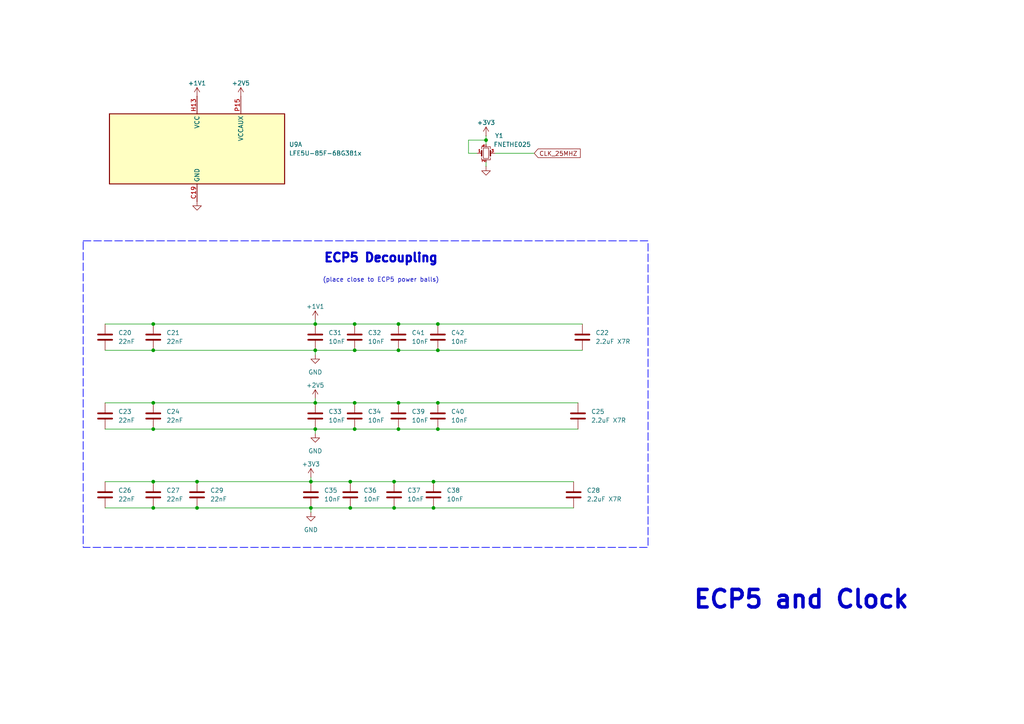
<source format=kicad_sch>
(kicad_sch (version 20231120) (generator "eeschema") (generator_version "8.0")
  (paper "A4")
  (junction (at 140.97 40.64))
  (junction (at 102.87 116.84))
  (junction (at 101.6 139.7))
  (junction (at 44.45 147.32))
  (junction (at 91.44 93.98))
  (junction (at 91.44 124.46))
  (junction (at 44.45 93.98))
  (junction (at 127 93.98))
  (junction (at 127 124.46))
  (junction (at 44.45 116.84))
  (junction (at 91.44 116.84))
  (junction (at 102.87 124.46))
  (junction (at 91.44 101.6))
  (junction (at 44.45 124.46))
  (junction (at 127 101.6))
  (junction (at 102.87 101.6))
  (junction (at 57.15 147.32))
  (junction (at 101.6 147.32))
  (junction (at 127 116.84))
  (junction (at 44.45 139.7))
  (junction (at 114.3 147.32))
  (junction (at 44.45 101.6))
  (junction (at 57.15 139.7))
  (junction (at 114.3 139.7))
  (junction (at 115.57 101.6))
  (junction (at 115.57 116.84))
  (junction (at 90.17 139.7))
  (junction (at 115.57 93.98))
  (junction (at 102.87 93.98))
  (junction (at 125.73 147.32))
  (junction (at 90.17 147.32))
  (junction (at 115.57 124.46))
  (junction (at 125.73 139.7))
  (wire (pts (xy 57.15 139.7) (xy 90.17 139.7)))
  (wire (pts (xy 114.3 147.32) (xy 125.73 147.32)))
  (wire (pts (xy 125.73 139.7) (xy 166.37 139.7)))
  (wire (pts (xy 115.57 101.6) (xy 127 101.6)))
  (wire (pts (xy 140.97 48.26) (xy 140.97 46.99)))
  (wire (pts (xy 115.57 116.84) (xy 127 116.84)))
  (wire (pts (xy 138.43 44.45) (xy 135.89 44.45)))
  (wire (pts (xy 114.3 139.7) (xy 125.73 139.7)))
  (wire (pts (xy 101.6 139.7) (xy 114.3 139.7)))
  (wire (pts (xy 30.48 93.98) (xy 44.45 93.98)))
  (wire (pts (xy 135.89 44.45) (xy 135.89 40.64)))
  (wire (pts (xy 127 116.84) (xy 167.64 116.84)))
  (wire (pts (xy 44.45 101.6) (xy 91.44 101.6)))
  (wire (pts (xy 30.48 147.32) (xy 44.45 147.32)))
  (wire (pts (xy 140.97 39.37) (xy 140.97 40.64)))
  (wire (pts (xy 91.44 115.57) (xy 91.44 116.84)))
  (wire (pts (xy 91.44 116.84) (xy 102.87 116.84)))
  (wire (pts (xy 30.48 101.6) (xy 44.45 101.6)))
  (wire (pts (xy 44.45 116.84) (xy 91.44 116.84)))
  (wire (pts (xy 44.45 124.46) (xy 91.44 124.46)))
  (wire (pts (xy 90.17 139.7) (xy 101.6 139.7)))
  (wire (pts (xy 102.87 116.84) (xy 115.57 116.84)))
  (wire (pts (xy 30.48 139.7) (xy 44.45 139.7)))
  (wire (pts (xy 127 101.6) (xy 168.91 101.6)))
  (wire (pts (xy 30.48 124.46) (xy 44.45 124.46)))
  (wire (pts (xy 115.57 124.46) (xy 127 124.46)))
  (wire (pts (xy 91.44 125.73) (xy 91.44 124.46)))
  (wire (pts (xy 90.17 148.59) (xy 90.17 147.32)))
  (wire (pts (xy 143.51 44.45) (xy 154.94 44.45)))
  (wire (pts (xy 91.44 124.46) (xy 102.87 124.46)))
  (wire (pts (xy 127 124.46) (xy 167.64 124.46)))
  (wire (pts (xy 102.87 93.98) (xy 115.57 93.98)))
  (wire (pts (xy 101.6 147.32) (xy 114.3 147.32)))
  (wire (pts (xy 91.44 101.6) (xy 102.87 101.6)))
  (wire (pts (xy 127 93.98) (xy 168.91 93.98)))
  (wire (pts (xy 91.44 102.87) (xy 91.44 101.6)))
  (wire (pts (xy 102.87 101.6) (xy 115.57 101.6)))
  (wire (pts (xy 57.15 147.32) (xy 90.17 147.32)))
  (wire (pts (xy 44.45 93.98) (xy 91.44 93.98)))
  (wire (pts (xy 30.48 116.84) (xy 44.45 116.84)))
  (wire (pts (xy 91.44 92.71) (xy 91.44 93.98)))
  (wire (pts (xy 44.45 139.7) (xy 57.15 139.7)))
  (wire (pts (xy 125.73 147.32) (xy 166.37 147.32)))
  (wire (pts (xy 115.57 93.98) (xy 127 93.98)))
  (wire (pts (xy 135.89 40.64) (xy 140.97 40.64)))
  (wire (pts (xy 140.97 40.64) (xy 140.97 41.91)))
  (wire (pts (xy 90.17 147.32) (xy 101.6 147.32)))
  (wire (pts (xy 90.17 138.43) (xy 90.17 139.7)))
  (wire (pts (xy 102.87 124.46) (xy 115.57 124.46)))
  (wire (pts (xy 91.44 93.98) (xy 102.87 93.98)))
  (wire (pts (xy 44.45 147.32) (xy 57.15 147.32)))
  (rectangle (start 24.13 69.85) (end 187.96 158.75) (stroke (width 0.2032) (type dash) (color 0 0 255 1)))
  (text "(place close to ECP5 power balls)" (at 110.49 81.28 0) (effects (font (size 1.27 1.27))))
  (text "ECP5 and Clock" (at 232.41 173.99 0) (effects (font (size 5.08 5.08) (bold yes))))
  (text "ECP5 Decoupling" (at 110.49 74.93 0) (effects (font (size 2.54 2.54) (thickness 0.762) (bold yes))))
  (global_label "CLK_25MHZ" (shape input) (at 154.94 44.45 0) (property "Intersheetrefs" "${INTERSHEET_REFS}" (effects (hide yes))))
  (symbol (lib_id "power:+3V3") (at 140.97 39.37 0) (unit 1)
    (property "Reference" "#PWR057" (effects (hide yes)))
    (property "Value" "+3V3" (at 140.97 35.56 0))
    (property "Description" "Power symbol creates a global label with name \"+3V3\"" (effects (hide yes)))
  )
  (symbol (lib_id "Device:C") (at 44.45 143.51 0) (unit 1)
    (property "Reference" "C27" (at 48.26 142.24 0) (effects (justify left)))
    (property "Value" "22nF" (at 48.26 144.78 0) (effects (justify left)))
    (property "Footprint" "GCM188R72A223KA37J:CAPC1608X90N" (effects (hide yes)))
    (property "Datasheet" "https://search.murata.co.jp/Ceramy/image/img/A01X/G101/ENG/GCM188R72A223KA37-01.pdf" (effects (hide yes)))
    (property "Description" "CAP CER 0.022UF 100V X7R 0603" (effects (hide yes)))
    (property "Digikey" "https://www.digikey.com/en/products/detail/murata-electronics/GCM188R72A223KA37J/2591966" (effects (hide yes)))
    (property "MPN" "GCM188R72A223KA37J" (effects (hide yes)))
    (property "Mfgr" "Murata Electronics" (effects (hide yes)))
  )
  (symbol (lib_id "Device:C") (at 102.87 97.79 0) (unit 1)
    (property "Reference" "C32" (at 106.68 96.52 0) (effects (justify left)))
    (property "Value" "10nF" (at 106.68 99.06 0) (effects (justify left)))
    (property "Footprint" "GRM033R71A103KA01D:G-033_MUR-L" (effects (hide yes)))
    (property "Datasheet" "https://search.murata.co.jp/Ceramy/image/img/A01X/G101/ENG/GRM033R71A103KA01-01.pdf" (effects (hide yes)))
    (property "Description" "CAP CER 10000PF 10V X7R 0201" (effects (hide yes)))
    (property "Digikey" "https://www.digikey.com/en/products/detail/murata-electronics/GRM033R71A103KA01D/702460" (effects (hide yes)))
    (property "MPN" "GRM033R71A103KA01D" (effects (hide yes)))
    (property "Mfgr" "Murata Electronics" (effects (hide yes)))
  )
  (symbol (lib_id "power:GND") (at 90.17 148.59 0) (unit 1)
    (property "Reference" "#PWR063" (effects (hide yes)))
    (property "Value" "GND" (at 90.17 153.67 0))
    (property "Description" "Power symbol creates a global label with name \"GND\" , ground" (effects (hide yes)))
  )
  (symbol (lib_id "Device:C") (at 101.6 143.51 0) (unit 1)
    (property "Reference" "C36" (at 105.41 142.24 0) (effects (justify left)))
    (property "Value" "10nF" (at 105.41 144.78 0) (effects (justify left)))
    (property "Footprint" "GRM033R71A103KA01D:G-033_MUR-L" (effects (hide yes)))
    (property "Datasheet" "https://search.murata.co.jp/Ceramy/image/img/A01X/G101/ENG/GRM033R71A103KA01-01.pdf" (effects (hide yes)))
    (property "Description" "CAP CER 10000PF 10V X7R 0201" (effects (hide yes)))
    (property "Digikey" "https://www.digikey.com/en/products/detail/murata-electronics/GRM033R71A103KA01D/702460" (effects (hide yes)))
    (property "MPN" "GRM033R71A103KA01D" (effects (hide yes)))
    (property "Mfgr" "Murata Electronics" (effects (hide yes)))
  )
  (symbol (lib_id "Device:Crystal_GND24_Small") (at 140.97 44.45 0) (unit 1)
    (property "Reference" "Y1" (at 144.78 39.37 0))
    (property "Value" "FNETHE025" (at 148.59 41.91 0))
    (property "Footprint" "FNETHE025:Crystal_SMD_7050_4Pads" (effects (hide yes)))
    (property "Datasheet" "https://mm.digikey.com/Volume0/opasdata/d220001/medias/docus/389/FNETHE025.pdf" (effects (hide yes)))
    (property "Description" "XTAL OSC XO 25.0000MHZ CMOS SMD" (effects (hide yes)))
    (property "Mfgr" "Diodes Incorporated" (effects (hide yes)))
    (property "MPN" "FNETHE025" (effects (hide yes)))
    (property "Digikey" "https://www.digikey.com/en/products/detail/diodes-incorporated/FNETHE025/2273393" (effects (hide yes)))
  )
  (symbol (lib_id "Device:C") (at 127 97.79 0) (unit 1)
    (property "Reference" "C42" (at 130.81 96.52 0) (effects (justify left)))
    (property "Value" "10nF" (at 130.81 99.06 0) (effects (justify left)))
    (property "Footprint" "GRM033R71A103KA01D:G-033_MUR-L" (effects (hide yes)))
    (property "Datasheet" "https://search.murata.co.jp/Ceramy/image/img/A01X/G101/ENG/GRM033R71A103KA01-01.pdf" (effects (hide yes)))
    (property "Description" "CAP CER 10000PF 10V X7R 0201" (effects (hide yes)))
    (property "Digikey" "https://www.digikey.com/en/products/detail/murata-electronics/GRM033R71A103KA01D/702460" (effects (hide yes)))
    (property "MPN" "GRM033R71A103KA01D" (effects (hide yes)))
    (property "Mfgr" "Murata Electronics" (effects (hide yes)))
  )
  (symbol (lib_id "power:GND") (at 140.97 48.26 0) (unit 1)
    (property "Reference" "#PWR058" (effects (hide yes)))
    (property "Value" "GND" (effects (hide yes)))
    (property "Description" "Power symbol creates a global label with name \"GND\" , ground" (effects (hide yes)))
  )
  (symbol (lib_id "Device:C") (at 44.45 97.79 0) (unit 1)
    (property "Reference" "C21" (at 48.26 96.52 0) (effects (justify left)))
    (property "Value" "22nF" (at 48.26 99.06 0) (effects (justify left)))
    (property "Footprint" "GCM188R72A223KA37J:CAPC1608X90N" (effects (hide yes)))
    (property "Datasheet" "https://search.murata.co.jp/Ceramy/image/img/A01X/G101/ENG/GCM188R72A223KA37-01.pdf" (effects (hide yes)))
    (property "Description" "CAP CER 0.022UF 100V X7R 0603" (effects (hide yes)))
    (property "Digikey" "https://www.digikey.com/en/products/detail/murata-electronics/GCM188R72A223KA37J/2591966" (effects (hide yes)))
    (property "MPN" "GCM188R72A223KA37J" (effects (hide yes)))
    (property "Mfgr" "Murata Electronics" (effects (hide yes)))
  )
  (symbol (lib_id "Device:C") (at 102.87 120.65 0) (unit 1)
    (property "Reference" "C34" (at 106.68 119.38 0) (effects (justify left)))
    (property "Value" "10nF" (at 106.68 121.92 0) (effects (justify left)))
    (property "Footprint" "GRM033R71A103KA01D:G-033_MUR-L" (effects (hide yes)))
    (property "Datasheet" "https://search.murata.co.jp/Ceramy/image/img/A01X/G101/ENG/GRM033R71A103KA01-01.pdf" (effects (hide yes)))
    (property "Description" "CAP CER 10000PF 10V X7R 0201" (effects (hide yes)))
    (property "Digikey" "https://www.digikey.com/en/products/detail/murata-electronics/GRM033R71A103KA01D/702460" (effects (hide yes)))
    (property "MPN" "GRM033R71A103KA01D" (effects (hide yes)))
    (property "Mfgr" "Murata Electronics" (effects (hide yes)))
  )
  (symbol (lib_id "Device:C") (at 91.44 97.79 0) (unit 1)
    (property "Reference" "C31" (at 95.25 96.52 0) (effects (justify left)))
    (property "Value" "10nF" (at 95.25 99.06 0) (effects (justify left)))
    (property "Footprint" "GRM033R71A103KA01D:G-033_MUR-L" (effects (hide yes)))
    (property "Datasheet" "https://search.murata.co.jp/Ceramy/image/img/A01X/G101/ENG/GRM033R71A103KA01-01.pdf" (effects (hide yes)))
    (property "Description" "CAP CER 10000PF 10V X7R 0201" (effects (hide yes)))
    (property "Digikey" "https://www.digikey.com/en/products/detail/murata-electronics/GRM033R71A103KA01D/702460" (effects (hide yes)))
    (property "MPN" "GRM033R71A103KA01D" (effects (hide yes)))
    (property "Mfgr" "Murata Electronics" (effects (hide yes)))
  )
  (symbol (lib_id "Device:C") (at 30.48 97.79 0) (unit 1)
    (property "Reference" "C20" (at 34.29 96.52 0) (effects (justify left)))
    (property "Value" "22nF" (at 34.29 99.06 0) (effects (justify left)))
    (property "Footprint" "GCM188R72A223KA37J:CAPC1608X90N" (effects (hide yes)))
    (property "Datasheet" "https://search.murata.co.jp/Ceramy/image/img/A01X/G101/ENG/GCM188R72A223KA37-01.pdf" (effects (hide yes)))
    (property "Description" "CAP CER 0.022UF 100V X7R 0603" (effects (hide yes)))
    (property "Digikey" "https://www.digikey.com/en/products/detail/murata-electronics/GCM188R72A223KA37J/2591966" (effects (hide yes)))
    (property "MPN" "GCM188R72A223KA37J" (effects (hide yes)))
    (property "Mfgr" "Murata Electronics" (effects (hide yes)))
  )
  (symbol (lib_id "power:+3V3") (at 90.17 138.43 0) (unit 1)
    (property "Reference" "#PWR040" (effects (hide yes)))
    (property "Value" "+3V3" (at 90.17 134.62 0))
    (property "Description" "Power symbol creates a global label with name \"+3V3\"" (effects (hide yes)))
  )
  (symbol (lib_id "Device:C") (at 114.3 143.51 0) (unit 1)
    (property "Reference" "C37" (at 118.11 142.24 0) (effects (justify left)))
    (property "Value" "10nF" (at 118.11 144.78 0) (effects (justify left)))
    (property "Footprint" "GRM033R71A103KA01D:G-033_MUR-L" (effects (hide yes)))
    (property "Datasheet" "https://search.murata.co.jp/Ceramy/image/img/A01X/G101/ENG/GRM033R71A103KA01-01.pdf" (effects (hide yes)))
    (property "Description" "CAP CER 10000PF 10V X7R 0201" (effects (hide yes)))
    (property "Digikey" "https://www.digikey.com/en/products/detail/murata-electronics/GRM033R71A103KA01D/702460" (effects (hide yes)))
    (property "MPN" "GRM033R71A103KA01D" (effects (hide yes)))
    (property "Mfgr" "Murata Electronics" (effects (hide yes)))
  )
  (symbol (lib_id "Device:C") (at 125.73 143.51 0) (unit 1)
    (property "Reference" "C38" (at 129.54 142.24 0) (effects (justify left)))
    (property "Value" "10nF" (at 129.54 144.78 0) (effects (justify left)))
    (property "Footprint" "GRM033R71A103KA01D:G-033_MUR-L" (effects (hide yes)))
    (property "Datasheet" "https://search.murata.co.jp/Ceramy/image/img/A01X/G101/ENG/GRM033R71A103KA01-01.pdf" (effects (hide yes)))
    (property "Description" "CAP CER 10000PF 10V X7R 0201" (effects (hide yes)))
    (property "Digikey" "https://www.digikey.com/en/products/detail/murata-electronics/GRM033R71A103KA01D/702460" (effects (hide yes)))
    (property "MPN" "GRM033R71A103KA01D" (effects (hide yes)))
    (property "Mfgr" "Murata Electronics" (effects (hide yes)))
  )
  (symbol (lib_id "Device:C") (at 30.48 120.65 0) (unit 1)
    (property "Reference" "C23" (at 34.29 119.38 0) (effects (justify left)))
    (property "Value" "22nF" (at 34.29 121.92 0) (effects (justify left)))
    (property "Footprint" "GCM188R72A223KA37J:CAPC1608X90N" (effects (hide yes)))
    (property "Datasheet" "https://search.murata.co.jp/Ceramy/image/img/A01X/G101/ENG/GCM188R72A223KA37-01.pdf" (effects (hide yes)))
    (property "Description" "CAP CER 0.022UF 100V X7R 0603" (effects (hide yes)))
    (property "Digikey" "https://www.digikey.com/en/products/detail/murata-electronics/GCM188R72A223KA37J/2591966" (effects (hide yes)))
    (property "MPN" "GCM188R72A223KA37J" (effects (hide yes)))
    (property "Mfgr" "Murata Electronics" (effects (hide yes)))
  )
  (symbol (lib_id "Device:C") (at 90.17 143.51 0) (unit 1)
    (property "Reference" "C35" (at 93.98 142.24 0) (effects (justify left)))
    (property "Value" "10nF" (at 93.98 144.78 0) (effects (justify left)))
    (property "Footprint" "GRM033R71A103KA01D:G-033_MUR-L" (effects (hide yes)))
    (property "Datasheet" "https://search.murata.co.jp/Ceramy/image/img/A01X/G101/ENG/GRM033R71A103KA01-01.pdf" (effects (hide yes)))
    (property "Description" "CAP CER 10000PF 10V X7R 0201" (effects (hide yes)))
    (property "Digikey" "https://www.digikey.com/en/products/detail/murata-electronics/GRM033R71A103KA01D/702460" (effects (hide yes)))
    (property "MPN" "GRM033R71A103KA01D" (effects (hide yes)))
    (property "Mfgr" "Murata Electronics" (effects (hide yes)))
  )
  (symbol (lib_id "Device:C") (at 166.37 143.51 0) (unit 1)
    (property "Reference" "C28" (at 170.18 142.24 0) (effects (justify left)))
    (property "Value" "2.2uF X7R" (at 170.18 144.78 0) (effects (justify left)))
    (property "Footprint" "GRM188R71A225KE15D:G-188_MUR-L" (effects (hide yes)))
    (property "Datasheet" "https://search.murata.co.jp/Ceramy/image/img/A01X/G101/ENG/GRM188R71A225KE15-01.pdf" (effects (hide yes)))
    (property "Description" "CAP CER 2.2UF 10V X7R 0603" (effects (hide yes)))
    (property "Digikey" "https://www.digikey.com/en/products/detail/murata-electronics/GRM188R71A225KE15D/1033256" (effects (hide yes)))
    (property "MPN" "GRM188R71A225KE15D" (effects (hide yes)))
    (property "Mfgr" "Murata Electronics" (effects (hide yes)))
  )
  (symbol (lib_id "Device:C") (at 44.45 120.65 0) (unit 1)
    (property "Reference" "C24" (at 48.26 119.38 0) (effects (justify left)))
    (property "Value" "22nF" (at 48.26 121.92 0) (effects (justify left)))
    (property "Footprint" "GCM188R72A223KA37J:CAPC1608X90N" (effects (hide yes)))
    (property "Datasheet" "https://search.murata.co.jp/Ceramy/image/img/A01X/G101/ENG/GCM188R72A223KA37-01.pdf" (effects (hide yes)))
    (property "Description" "CAP CER 0.022UF 100V X7R 0603" (effects (hide yes)))
    (property "Digikey" "https://www.digikey.com/en/products/detail/murata-electronics/GCM188R72A223KA37J/2591966" (effects (hide yes)))
    (property "MPN" "GCM188R72A223KA37J" (effects (hide yes)))
    (property "Mfgr" "Murata Electronics" (effects (hide yes)))
  )
  (symbol (lib_id "Device:C") (at 30.48 143.51 0) (unit 1)
    (property "Reference" "C26" (at 34.29 142.24 0) (effects (justify left)))
    (property "Value" "22nF" (at 34.29 144.78 0) (effects (justify left)))
    (property "Footprint" "GCM188R72A223KA37J:CAPC1608X90N" (effects (hide yes)))
    (property "Datasheet" "https://search.murata.co.jp/Ceramy/image/img/A01X/G101/ENG/GCM188R72A223KA37-01.pdf" (effects (hide yes)))
    (property "Description" "CAP CER 0.022UF 100V X7R 0603" (effects (hide yes)))
    (property "Digikey" "https://www.digikey.com/en/products/detail/murata-electronics/GCM188R72A223KA37J/2591966" (effects (hide yes)))
    (property "MPN" "GCM188R72A223KA37J" (effects (hide yes)))
    (property "Mfgr" "Murata Electronics" (effects (hide yes)))
  )
  (symbol (lib_id "power:+1V1") (at 57.15 27.94 0) (unit 1)
    (property "Reference" "#PWR060" (effects (hide yes)))
    (property "Value" "+1V1" (at 57.15 24.13 0))
    (property "Description" "Power symbol creates a global label with name \"+1V1\"" (effects (hide yes)))
  )
  (symbol (lib_id "power:GND") (at 57.15 58.42 0) (unit 1)
    (property "Reference" "#PWR061" (effects (hide yes)))
    (property "Value" "GND" (effects (hide yes)))
    (property "Description" "Power symbol creates a global label with name \"GND\" , ground" (effects (hide yes)))
  )
  (symbol (lib_id "Device:C") (at 115.57 97.79 0) (unit 1)
    (property "Reference" "C41" (at 119.38 96.52 0) (effects (justify left)))
    (property "Value" "10nF" (at 119.38 99.06 0) (effects (justify left)))
    (property "Footprint" "GRM033R71A103KA01D:G-033_MUR-L" (effects (hide yes)))
    (property "Datasheet" "https://search.murata.co.jp/Ceramy/image/img/A01X/G101/ENG/GRM033R71A103KA01-01.pdf" (effects (hide yes)))
    (property "Description" "CAP CER 10000PF 10V X7R 0201" (effects (hide yes)))
    (property "Digikey" "https://www.digikey.com/en/products/detail/murata-electronics/GRM033R71A103KA01D/702460" (effects (hide yes)))
    (property "MPN" "GRM033R71A103KA01D" (effects (hide yes)))
    (property "Mfgr" "Murata Electronics" (effects (hide yes)))
  )
  (symbol (lib_id "Device:C") (at 168.91 97.79 0) (unit 1)
    (property "Reference" "C22" (at 172.72 96.52 0) (effects (justify left)))
    (property "Value" "2.2uF X7R" (at 172.72 99.06 0) (effects (justify left)))
    (property "Footprint" "GRM188R71A225KE15D:G-188_MUR-L" (effects (hide yes)))
    (property "Datasheet" "https://search.murata.co.jp/Ceramy/image/img/A01X/G101/ENG/GRM188R71A225KE15-01.pdf" (effects (hide yes)))
    (property "Description" "CAP CER 2.2UF 10V X7R 0603" (effects (hide yes)))
    (property "Digikey" "https://www.digikey.com/en/products/detail/murata-electronics/GRM188R71A225KE15D/1033256" (effects (hide yes)))
    (property "MPN" "GRM188R71A225KE15D" (effects (hide yes)))
    (property "Mfgr" "Murata Electronics" (effects (hide yes)))
  )
  (symbol (lib_id "power:+1V1") (at 91.44 92.71 0) (unit 1)
    (property "Reference" "#PWR030" (effects (hide yes)))
    (property "Value" "+1V1" (at 91.44 88.9 0))
    (property "Description" "Power symbol creates a global label with name \"+1V1\"" (effects (hide yes)))
  )
  (symbol (lib_id "Device:C") (at 167.64 120.65 0) (unit 1)
    (property "Reference" "C25" (at 171.45 119.38 0) (effects (justify left)))
    (property "Value" "2.2uF X7R" (at 171.45 121.92 0) (effects (justify left)))
    (property "Footprint" "GRM188R71A225KE15D:G-188_MUR-L" (effects (hide yes)))
    (property "Datasheet" "https://search.murata.co.jp/Ceramy/image/img/A01X/G101/ENG/GRM188R71A225KE15-01.pdf" (effects (hide yes)))
    (property "Description" "CAP CER 2.2UF 10V X7R 0603" (effects (hide yes)))
    (property "Digikey" "https://www.digikey.com/en/products/detail/murata-electronics/GRM188R71A225KE15D/1033256" (effects (hide yes)))
    (property "MPN" "GRM188R71A225KE15D" (effects (hide yes)))
    (property "Mfgr" "Murata Electronics" (effects (hide yes)))
  )
  (symbol (lib_id "Device:C") (at 115.57 120.65 0) (unit 1)
    (property "Reference" "C39" (at 119.38 119.38 0) (effects (justify left)))
    (property "Value" "10nF" (at 119.38 121.92 0) (effects (justify left)))
    (property "Footprint" "GRM033R71A103KA01D:G-033_MUR-L" (effects (hide yes)))
    (property "Datasheet" "https://search.murata.co.jp/Ceramy/image/img/A01X/G101/ENG/GRM033R71A103KA01-01.pdf" (effects (hide yes)))
    (property "Description" "CAP CER 10000PF 10V X7R 0201" (effects (hide yes)))
    (property "Digikey" "https://www.digikey.com/en/products/detail/murata-electronics/GRM033R71A103KA01D/702460" (effects (hide yes)))
    (property "MPN" "GRM033R71A103KA01D" (effects (hide yes)))
    (property "Mfgr" "Murata Electronics" (effects (hide yes)))
  )
  (symbol (lib_id "power:+2V5") (at 69.85 27.94 0) (unit 1)
    (property "Reference" "#PWR059" (effects (hide yes)))
    (property "Value" "+2V5" (at 69.85 24.13 0))
    (property "Description" "Power symbol creates a global label with name \"+2V5\"" (effects (hide yes)))
  )
  (symbol (lib_id "power:+2V5") (at 91.44 115.57 0) (unit 1)
    (property "Reference" "#PWR031" (effects (hide yes)))
    (property "Value" "+2V5" (at 91.44 111.76 0))
    (property "Description" "Power symbol creates a global label with name \"+2V5\"" (effects (hide yes)))
  )
  (symbol (lib_id "power:GND") (at 91.44 125.73 0) (unit 1)
    (property "Reference" "#PWR062" (effects (hide yes)))
    (property "Value" "GND" (at 91.44 130.81 0))
    (property "Description" "Power symbol creates a global label with name \"GND\" , ground" (effects (hide yes)))
  )
  (symbol (lib_id "Device:C") (at 127 120.65 0) (unit 1)
    (property "Reference" "C40" (at 130.81 119.38 0) (effects (justify left)))
    (property "Value" "10nF" (at 130.81 121.92 0) (effects (justify left)))
    (property "Footprint" "GRM033R71A103KA01D:G-033_MUR-L" (effects (hide yes)))
    (property "Datasheet" "https://search.murata.co.jp/Ceramy/image/img/A01X/G101/ENG/GRM033R71A103KA01-01.pdf" (effects (hide yes)))
    (property "Description" "CAP CER 10000PF 10V X7R 0201" (effects (hide yes)))
    (property "Digikey" "https://www.digikey.com/en/products/detail/murata-electronics/GRM033R71A103KA01D/702460" (effects (hide yes)))
    (property "MPN" "GRM033R71A103KA01D" (effects (hide yes)))
    (property "Mfgr" "Murata Electronics" (effects (hide yes)))
  )
  (symbol (lib_id "FPGA_Lattice:LFE5U-85F-6BG381x") (at 57.15 43.18 0) (unit 1)
    (property "Reference" "U9" (at 83.82 41.9099 0) (effects (justify left)))
    (property "Value" "LFE5U-85F-6BG381x" (at 83.82 44.4499 0) (effects (justify left)))
    (property "Footprint" "Package_BGA:Lattice_caBGA-381_17.0x17.0mm_Layout20x20_P0.8mm_Ball0.4mm_Pad0.4mm_NSMD" (effects (hide yes)))
    (property "Datasheet" "https://www.latticesemi.com/view_document?document_id=50461" (effects (hide yes)))
    (property "Description" "ECP5 FPGA, 84K LUTs, 1.2V, BGA-381" (effects (hide yes)))
    (property "Mfgr" "Lattice Semiconductor Corporation" (effects (hide yes)))
    (property "MPN" "LFE5U-85F-8BG381C" (effects (hide yes)))
    (property "Digikey" "https://www.digikey.com/en/products/detail/lattice-semiconductor-corporation/LFE5U-85F-8BG381C/5395911" (effects (hide yes)))
  )
  (symbol (lib_id "Device:C") (at 91.44 120.65 0) (unit 1)
    (property "Reference" "C33" (at 95.25 119.38 0) (effects (justify left)))
    (property "Value" "10nF" (at 95.25 121.92 0) (effects (justify left)))
    (property "Footprint" "GRM033R71A103KA01D:G-033_MUR-L" (effects (hide yes)))
    (property "Datasheet" "https://search.murata.co.jp/Ceramy/image/img/A01X/G101/ENG/GRM033R71A103KA01-01.pdf" (effects (hide yes)))
    (property "Description" "CAP CER 10000PF 10V X7R 0201" (effects (hide yes)))
    (property "Digikey" "https://www.digikey.com/en/products/detail/murata-electronics/GRM033R71A103KA01D/702460" (effects (hide yes)))
    (property "MPN" "GRM033R71A103KA01D" (effects (hide yes)))
    (property "Mfgr" "Murata Electronics" (effects (hide yes)))
  )
  (symbol (lib_id "Device:C") (at 57.15 143.51 0) (unit 1)
    (property "Reference" "C29" (at 60.96 142.24 0) (effects (justify left)))
    (property "Value" "22nF" (at 60.96 144.78 0) (effects (justify left)))
    (property "Footprint" "GCM188R72A223KA37J:CAPC1608X90N" (effects (hide yes)))
    (property "Datasheet" "https://search.murata.co.jp/Ceramy/image/img/A01X/G101/ENG/GCM188R72A223KA37-01.pdf" (effects (hide yes)))
    (property "Description" "CAP CER 0.022UF 100V X7R 0603" (effects (hide yes)))
    (property "Digikey" "https://www.digikey.com/en/products/detail/murata-electronics/GCM188R72A223KA37J/2591966" (effects (hide yes)))
    (property "MPN" "GCM188R72A223KA37J" (effects (hide yes)))
    (property "Mfgr" "Murata Electronics" (effects (hide yes)))
  )
  (symbol (lib_id "power:GND") (at 91.44 102.87 0) (unit 1)
    (property "Reference" "#PWR041" (effects (hide yes)))
    (property "Value" "GND" (at 91.44 107.95 0))
    (property "Description" "Power symbol creates a global label with name \"GND\" , ground" (effects (hide yes)))
  )
)
</source>
